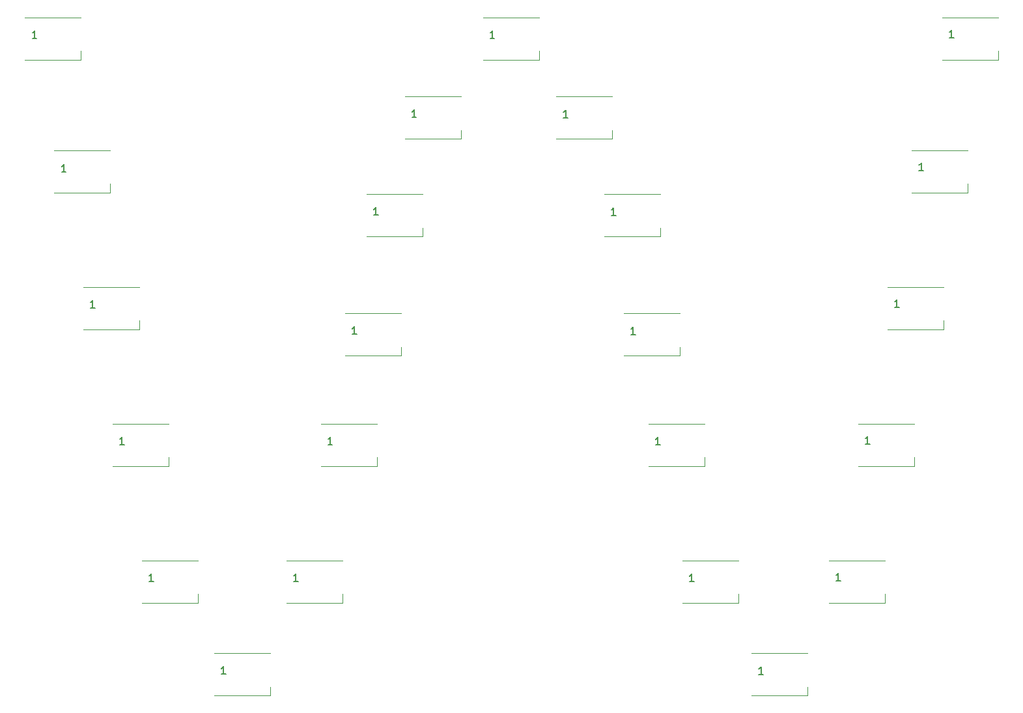
<source format=gbr>
%TF.GenerationSoftware,KiCad,Pcbnew,(7.0.0)*%
%TF.CreationDate,2023-11-18T20:53:13-06:00*%
%TF.ProjectId,LightLetter_W,4c696768-744c-4657-9474-65725f572e6b,rev?*%
%TF.SameCoordinates,PXda408f0PY8b5864b*%
%TF.FileFunction,Legend,Top*%
%TF.FilePolarity,Positive*%
%FSLAX46Y46*%
G04 Gerber Fmt 4.6, Leading zero omitted, Abs format (unit mm)*
G04 Created by KiCad (PCBNEW (7.0.0)) date 2023-11-18 20:53:13*
%MOMM*%
%LPD*%
G01*
G04 APERTURE LIST*
%ADD10C,0.150000*%
%ADD11C,0.120000*%
G04 APERTURE END LIST*
D10*
%TO.C,D26*%
X-18891286Y90095343D02*
X-19462714Y90095343D01*
X-19177000Y90095343D02*
X-19177000Y91095343D01*
X-19177000Y91095343D02*
X-19272238Y90952485D01*
X-19272238Y90952485D02*
X-19367476Y90857247D01*
X-19367476Y90857247D02*
X-19462714Y90809628D01*
%TO.C,D25*%
X-22828286Y72823343D02*
X-23399714Y72823343D01*
X-23114000Y72823343D02*
X-23114000Y73823343D01*
X-23114000Y73823343D02*
X-23209238Y73680485D01*
X-23209238Y73680485D02*
X-23304476Y73585247D01*
X-23304476Y73585247D02*
X-23399714Y73537628D01*
%TO.C,D24*%
X-26003286Y55043343D02*
X-26574714Y55043343D01*
X-26289000Y55043343D02*
X-26289000Y56043343D01*
X-26289000Y56043343D02*
X-26384238Y55900485D01*
X-26384238Y55900485D02*
X-26479476Y55805247D01*
X-26479476Y55805247D02*
X-26574714Y55757628D01*
%TO.C,D23*%
X-29813286Y37263343D02*
X-30384714Y37263343D01*
X-30099000Y37263343D02*
X-30099000Y38263343D01*
X-30099000Y38263343D02*
X-30194238Y38120485D01*
X-30194238Y38120485D02*
X-30289476Y38025247D01*
X-30289476Y38025247D02*
X-30384714Y37977628D01*
%TO.C,D22*%
X-33623286Y19483343D02*
X-34194714Y19483343D01*
X-33909000Y19483343D02*
X-33909000Y20483343D01*
X-33909000Y20483343D02*
X-34004238Y20340485D01*
X-34004238Y20340485D02*
X-34099476Y20245247D01*
X-34099476Y20245247D02*
X-34194714Y20197628D01*
%TO.C,D21*%
X-43656286Y7316743D02*
X-44227714Y7316743D01*
X-43942000Y7316743D02*
X-43942000Y8316743D01*
X-43942000Y8316743D02*
X-44037238Y8173885D01*
X-44037238Y8173885D02*
X-44132476Y8078647D01*
X-44132476Y8078647D02*
X-44227714Y8031028D01*
%TO.C,D20*%
X-52673286Y19381743D02*
X-53244714Y19381743D01*
X-52959000Y19381743D02*
X-52959000Y20381743D01*
X-52959000Y20381743D02*
X-53054238Y20238885D01*
X-53054238Y20238885D02*
X-53149476Y20143647D01*
X-53149476Y20143647D02*
X-53244714Y20096028D01*
%TO.C,D19*%
X-57081286Y37162743D02*
X-57652714Y37162743D01*
X-57367000Y37162743D02*
X-57367000Y38162743D01*
X-57367000Y38162743D02*
X-57462238Y38019885D01*
X-57462238Y38019885D02*
X-57557476Y37924647D01*
X-57557476Y37924647D02*
X-57652714Y37877028D01*
%TO.C,D18*%
X-60293286Y51512743D02*
X-60864714Y51512743D01*
X-60579000Y51512743D02*
X-60579000Y52512743D01*
X-60579000Y52512743D02*
X-60674238Y52369885D01*
X-60674238Y52369885D02*
X-60769476Y52274647D01*
X-60769476Y52274647D02*
X-60864714Y52227028D01*
%TO.C,D17*%
X-62833286Y67006743D02*
X-63404714Y67006743D01*
X-63119000Y67006743D02*
X-63119000Y68006743D01*
X-63119000Y68006743D02*
X-63214238Y67863885D01*
X-63214238Y67863885D02*
X-63309476Y67768647D01*
X-63309476Y67768647D02*
X-63404714Y67721028D01*
%TO.C,D16*%
X-69056286Y79706743D02*
X-69627714Y79706743D01*
X-69342000Y79706743D02*
X-69342000Y80706743D01*
X-69342000Y80706743D02*
X-69437238Y80563885D01*
X-69437238Y80563885D02*
X-69532476Y80468647D01*
X-69532476Y80468647D02*
X-69627714Y80421028D01*
%TO.C,D15*%
X-78606686Y90019143D02*
X-79178114Y90019143D01*
X-78892400Y90019143D02*
X-78892400Y91019143D01*
X-78892400Y91019143D02*
X-78987638Y90876285D01*
X-78987638Y90876285D02*
X-79082876Y90781047D01*
X-79082876Y90781047D02*
X-79178114Y90733428D01*
%TO.C,D14*%
X-88766686Y79732143D02*
X-89338114Y79732143D01*
X-89052400Y79732143D02*
X-89052400Y80732143D01*
X-89052400Y80732143D02*
X-89147638Y80589285D01*
X-89147638Y80589285D02*
X-89242876Y80494047D01*
X-89242876Y80494047D02*
X-89338114Y80446428D01*
%TO.C,D13*%
X-93719686Y67032143D02*
X-94291114Y67032143D01*
X-94005400Y67032143D02*
X-94005400Y68032143D01*
X-94005400Y68032143D02*
X-94100638Y67889285D01*
X-94100638Y67889285D02*
X-94195876Y67794047D01*
X-94195876Y67794047D02*
X-94291114Y67746428D01*
%TO.C,D12*%
X-96513686Y51538143D02*
X-97085114Y51538143D01*
X-96799400Y51538143D02*
X-96799400Y52538143D01*
X-96799400Y52538143D02*
X-96894638Y52395285D01*
X-96894638Y52395285D02*
X-96989876Y52300047D01*
X-96989876Y52300047D02*
X-97085114Y52252428D01*
%TO.C,D11*%
X-99688686Y37187143D02*
X-100260114Y37187143D01*
X-99974400Y37187143D02*
X-99974400Y38187143D01*
X-99974400Y38187143D02*
X-100069638Y38044285D01*
X-100069638Y38044285D02*
X-100164876Y37949047D01*
X-100164876Y37949047D02*
X-100260114Y37901428D01*
%TO.C,D10*%
X-104133686Y19407143D02*
X-104705114Y19407143D01*
X-104419400Y19407143D02*
X-104419400Y20407143D01*
X-104419400Y20407143D02*
X-104514638Y20264285D01*
X-104514638Y20264285D02*
X-104609876Y20169047D01*
X-104609876Y20169047D02*
X-104705114Y20121428D01*
%TO.C,D9*%
X-113531686Y7342143D02*
X-114103114Y7342143D01*
X-113817400Y7342143D02*
X-113817400Y8342143D01*
X-113817400Y8342143D02*
X-113912638Y8199285D01*
X-113912638Y8199285D02*
X-114007876Y8104047D01*
X-114007876Y8104047D02*
X-114103114Y8056428D01*
%TO.C,D8*%
X-122929686Y19407143D02*
X-123501114Y19407143D01*
X-123215400Y19407143D02*
X-123215400Y20407143D01*
X-123215400Y20407143D02*
X-123310638Y20264285D01*
X-123310638Y20264285D02*
X-123405876Y20169047D01*
X-123405876Y20169047D02*
X-123501114Y20121428D01*
%TO.C,D7*%
X-126739686Y37187143D02*
X-127311114Y37187143D01*
X-127025400Y37187143D02*
X-127025400Y38187143D01*
X-127025400Y38187143D02*
X-127120638Y38044285D01*
X-127120638Y38044285D02*
X-127215876Y37949047D01*
X-127215876Y37949047D02*
X-127311114Y37901428D01*
%TO.C,D6*%
X-130549686Y54967143D02*
X-131121114Y54967143D01*
X-130835400Y54967143D02*
X-130835400Y55967143D01*
X-130835400Y55967143D02*
X-130930638Y55824285D01*
X-130930638Y55824285D02*
X-131025876Y55729047D01*
X-131025876Y55729047D02*
X-131121114Y55681428D01*
%TO.C,D5*%
X-134308886Y72645543D02*
X-134880314Y72645543D01*
X-134594600Y72645543D02*
X-134594600Y73645543D01*
X-134594600Y73645543D02*
X-134689838Y73502685D01*
X-134689838Y73502685D02*
X-134785076Y73407447D01*
X-134785076Y73407447D02*
X-134880314Y73359828D01*
%TO.C,D4*%
X-138118886Y90019143D02*
X-138690314Y90019143D01*
X-138404600Y90019143D02*
X-138404600Y91019143D01*
X-138404600Y91019143D02*
X-138499838Y90876285D01*
X-138499838Y90876285D02*
X-138595076Y90781047D01*
X-138595076Y90781047D02*
X-138690314Y90733428D01*
D11*
%TO.C,D26*%
X-20414000Y92730123D02*
X-13114000Y92730123D01*
X-20414000Y87230123D02*
X-13114000Y87230123D01*
X-13114000Y87230123D02*
X-13114000Y88380123D01*
%TO.C,D25*%
X-24351000Y75458123D02*
X-17051000Y75458123D01*
X-24351000Y69958123D02*
X-17051000Y69958123D01*
X-17051000Y69958123D02*
X-17051000Y71108123D01*
%TO.C,D24*%
X-27526000Y57678123D02*
X-20226000Y57678123D01*
X-27526000Y52178123D02*
X-20226000Y52178123D01*
X-20226000Y52178123D02*
X-20226000Y53328123D01*
%TO.C,D23*%
X-31336000Y39898123D02*
X-24036000Y39898123D01*
X-31336000Y34398123D02*
X-24036000Y34398123D01*
X-24036000Y34398123D02*
X-24036000Y35548123D01*
%TO.C,D22*%
X-35146000Y22118123D02*
X-27846000Y22118123D01*
X-35146000Y16618123D02*
X-27846000Y16618123D01*
X-27846000Y16618123D02*
X-27846000Y17768123D01*
%TO.C,D21*%
X-45179000Y10053123D02*
X-37879000Y10053123D01*
X-45179000Y4553123D02*
X-37879000Y4553123D01*
X-37879000Y4553123D02*
X-37879000Y5703123D01*
%TO.C,D20*%
X-54196000Y22118123D02*
X-46896000Y22118123D01*
X-54196000Y16618123D02*
X-46896000Y16618123D01*
X-46896000Y16618123D02*
X-46896000Y17768123D01*
%TO.C,D19*%
X-58604000Y39899123D02*
X-51304000Y39899123D01*
X-58604000Y34399123D02*
X-51304000Y34399123D01*
X-51304000Y34399123D02*
X-51304000Y35549123D01*
%TO.C,D18*%
X-61816000Y54249123D02*
X-54516000Y54249123D01*
X-61816000Y48749123D02*
X-54516000Y48749123D01*
X-54516000Y48749123D02*
X-54516000Y49899123D01*
%TO.C,D17*%
X-64356000Y69743123D02*
X-57056000Y69743123D01*
X-64356000Y64243123D02*
X-57056000Y64243123D01*
X-57056000Y64243123D02*
X-57056000Y65393123D01*
%TO.C,D16*%
X-70579000Y82443123D02*
X-63279000Y82443123D01*
X-70579000Y76943123D02*
X-63279000Y76943123D01*
X-63279000Y76943123D02*
X-63279000Y78093123D01*
%TO.C,D15*%
X-80104000Y92730123D02*
X-72804000Y92730123D01*
X-80104000Y87230123D02*
X-72804000Y87230123D01*
X-72804000Y87230123D02*
X-72804000Y88380123D01*
%TO.C,D14*%
X-90264000Y82443123D02*
X-82964000Y82443123D01*
X-90264000Y76943123D02*
X-82964000Y76943123D01*
X-82964000Y76943123D02*
X-82964000Y78093123D01*
%TO.C,D13*%
X-95217000Y69743123D02*
X-87917000Y69743123D01*
X-95217000Y64243123D02*
X-87917000Y64243123D01*
X-87917000Y64243123D02*
X-87917000Y65393123D01*
%TO.C,D12*%
X-98011000Y54249123D02*
X-90711000Y54249123D01*
X-98011000Y48749123D02*
X-90711000Y48749123D01*
X-90711000Y48749123D02*
X-90711000Y49899123D01*
%TO.C,D11*%
X-101186000Y39898123D02*
X-93886000Y39898123D01*
X-101186000Y34398123D02*
X-93886000Y34398123D01*
X-93886000Y34398123D02*
X-93886000Y35548123D01*
%TO.C,D10*%
X-105631000Y22118123D02*
X-98331000Y22118123D01*
X-105631000Y16618123D02*
X-98331000Y16618123D01*
X-98331000Y16618123D02*
X-98331000Y17768123D01*
%TO.C,D9*%
X-115029000Y10053123D02*
X-107729000Y10053123D01*
X-115029000Y4553123D02*
X-107729000Y4553123D01*
X-107729000Y4553123D02*
X-107729000Y5703123D01*
%TO.C,D8*%
X-124427000Y22118123D02*
X-117127000Y22118123D01*
X-124427000Y16618123D02*
X-117127000Y16618123D01*
X-117127000Y16618123D02*
X-117127000Y17768123D01*
%TO.C,D7*%
X-128237000Y39898123D02*
X-120937000Y39898123D01*
X-128237000Y34398123D02*
X-120937000Y34398123D01*
X-120937000Y34398123D02*
X-120937000Y35548123D01*
%TO.C,D6*%
X-132047000Y57678123D02*
X-124747000Y57678123D01*
X-132047000Y52178123D02*
X-124747000Y52178123D01*
X-124747000Y52178123D02*
X-124747000Y53328123D01*
%TO.C,D5*%
X-135857000Y75458123D02*
X-128557000Y75458123D01*
X-135857000Y69958123D02*
X-128557000Y69958123D01*
X-128557000Y69958123D02*
X-128557000Y71108123D01*
%TO.C,D4*%
X-139667000Y92730123D02*
X-132367000Y92730123D01*
X-139667000Y87230123D02*
X-132367000Y87230123D01*
X-132367000Y87230123D02*
X-132367000Y88380123D01*
%TD*%
M02*

</source>
